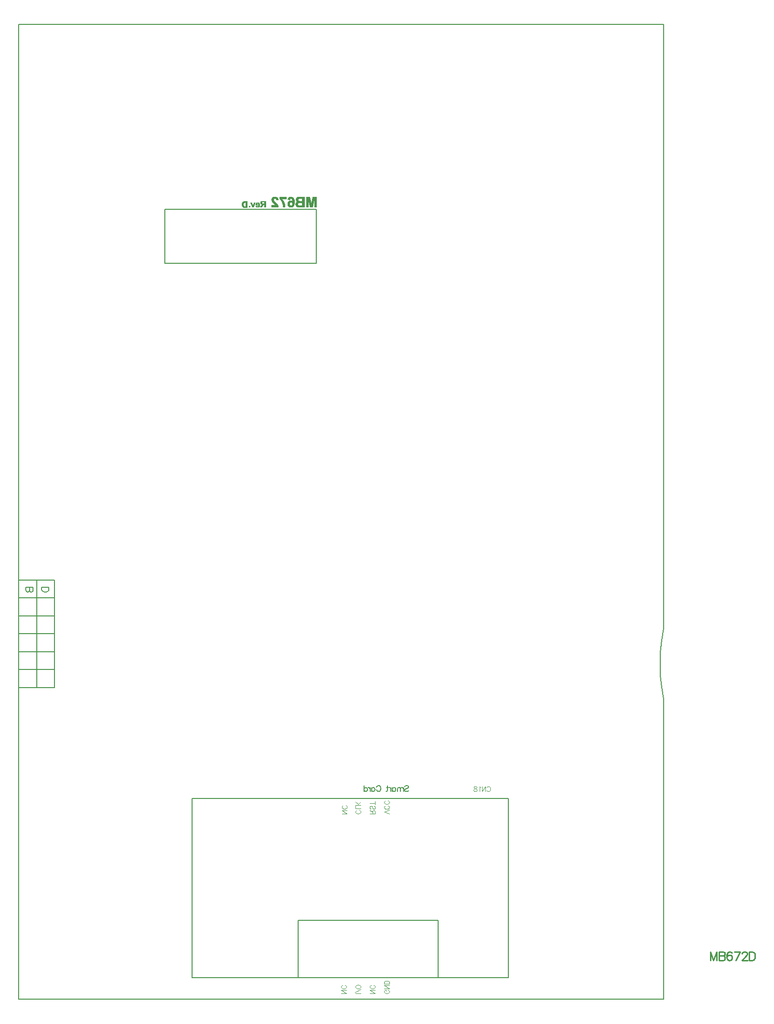
<source format=gbr>
%FSTAX23Y23*%
%MOIN*%
%SFA1B1*%

%IPPOS*%
%ADD11C,0.010000*%
%ADD58C,0.005000*%
%ADD59C,0.008000*%
%ADD63C,0.007000*%
%ADD97C,0.001000*%
%ADD98C,0.004000*%
%LNmb672d-1*%
%LPD*%
G54D11*
X04599Y00107D02*
Y00047D01*
Y00107D02*
X04622Y00047D01*
X04645Y00107D02*
X04622Y00047D01*
X04645Y00107D02*
Y00047D01*
X04662Y00107D02*
Y00047D01*
Y00107D02*
X04688D01*
X04696Y00104*
X04699Y00101*
X04702Y00096*
Y0009*
X04699Y00084*
X04696Y00081*
X04688Y00078*
X04662D02*
X04688D01*
X04696Y00076*
X04699Y00073*
X04702Y00067*
Y00058*
X04699Y00053*
X04696Y0005*
X04688Y00047*
X04662*
X0475Y00098D02*
X04747Y00104D01*
X04738Y00107*
X04732*
X04724Y00104*
X04718Y00096*
X04715Y00081*
Y00067*
X04718Y00056*
X04724Y0005*
X04732Y00047*
X04735*
X04744Y0005*
X0475Y00056*
X04752Y00064*
Y00067*
X0475Y00076*
X04744Y00081*
X04735Y00084*
X04732*
X04724Y00081*
X04718Y00076*
X04715Y00067*
X04806Y00107D02*
X04777Y00047D01*
X04766Y00107D02*
X04806D01*
X04822Y00093D02*
Y00096D01*
X04825Y00101*
X04828Y00104*
X04833Y00107*
X04845*
X0485Y00104*
X04853Y00101*
X04856Y00096*
Y0009*
X04853Y00084*
X04848Y00076*
X04819Y00047*
X04859*
X04872Y00107D02*
Y00047D01*
Y00107D02*
X04892D01*
X04901Y00104*
X04907Y00098*
X0491Y00093*
X04912Y00084*
Y0007*
X0491Y00061*
X04907Y00056*
X04901Y0005*
X04892Y00047*
X04872*
G54D58*
X-00225Y02075D02*
X00025D01*
X-00225Y022D02*
X00025D01*
X-00225Y02325D02*
X00025D01*
X-00225Y0245D02*
X00025D01*
X-00225Y02575D02*
X00025D01*
X-001Y0195D02*
Y027D01*
X-00225Y0195D02*
Y027D01*
X00025*
Y0195D02*
Y027D01*
X-00225Y0195D02*
X00025D01*
X00985Y-00075D02*
Y01175D01*
X0319Y-00075D02*
Y01175D01*
X00985D02*
X0319D01*
X00985Y-00075D02*
X0319D01*
X01725Y00325D02*
Y-00075D01*
Y00325D02*
X027D01*
Y-00075*
X02468Y01259D02*
X02472Y01263D01*
X02478Y01265*
X02485*
X02491Y01263*
X02495Y01259*
Y01255*
X02493Y01252*
X02491Y0125*
X02487Y01248*
X02476Y01244*
X02472Y01242*
X0247Y0124*
X02468Y01236*
Y01231*
X02472Y01227*
X02478Y01225*
X02485*
X02491Y01227*
X02495Y01231*
X02459Y01252D02*
Y01225D01*
Y01244D02*
X02454Y0125D01*
X0245Y01252*
X02444*
X0244Y0125*
X02438Y01244*
Y01225*
Y01244D02*
X02433Y0125D01*
X02429Y01252*
X02423*
X02419Y0125*
X02417Y01244*
Y01225*
X02382Y01252D02*
Y01225D01*
Y01246D02*
X02386Y0125D01*
X0239Y01252*
X02395*
X02399Y0125*
X02403Y01246*
X02405Y0124*
Y01236*
X02403Y01231*
X02399Y01227*
X02395Y01225*
X0239*
X02386Y01227*
X02382Y01231*
X02371Y01252D02*
Y01225D01*
Y0124D02*
X0237Y01246D01*
X02366Y0125*
X02362Y01252*
X02356*
X02347Y01265D02*
Y01233D01*
X02345Y01227*
X02341Y01225*
X02337*
X02353Y01252D02*
X02339D01*
X02272Y01255D02*
X02274Y01259D01*
X02277Y01263*
X02281Y01265*
X02289*
X02293Y01263*
X02296Y01259*
X02298Y01255*
X023Y0125*
Y0124*
X02298Y01235*
X02296Y01231*
X02293Y01227*
X02289Y01225*
X02281*
X02277Y01227*
X02274Y01231*
X02272Y01235*
X02238Y01252D02*
Y01225D01*
Y01246D02*
X02241Y0125D01*
X02245Y01252*
X02251*
X02255Y0125*
X02258Y01246*
X0226Y0124*
Y01236*
X02258Y01231*
X02255Y01227*
X02251Y01225*
X02245*
X02241Y01227*
X02238Y01231*
X02227Y01252D02*
Y01225D01*
Y0124D02*
X02225Y01246D01*
X02221Y0125*
X02217Y01252*
X02212*
X02185Y01265D02*
Y01225D01*
Y01246D02*
X02189Y0125D01*
X02193Y01252*
X02198*
X02202Y0125*
X02206Y01246*
X02208Y0124*
Y01236*
X02206Y01231*
X02202Y01227*
X02198Y01225*
X02193*
X02189Y01227*
X02185Y01231*
X04275Y02361D02*
D01*
X0426Y02279*
X04252Y02197*
X04249Y02115*
X04251Y02033*
X0426Y01951*
X04275Y0187*
Y02361D02*
Y06575D01*
Y-00225D02*
Y0187D01*
X-00225Y-00225D02*
X04275D01*
X-00225Y06575D02*
X04275D01*
X-00225Y-00225D02*
Y06575D01*
G54D59*
X-00175Y0265D02*
X-00125D01*
X-00175D02*
Y02629D01*
X-00173Y02621*
X-0017Y02619*
X-00165Y02617*
X-00161*
X-00156Y02619*
X-00154Y02621*
X-00151Y02629*
Y0265D02*
Y02629D01*
X-00149Y02621*
X-00146Y02619*
X-00142Y02617*
X-00135*
X-0013Y02619*
X-00127Y02621*
X-00125Y02629*
Y0265*
X-00065D02*
X-00015D01*
X-00065D02*
Y02633D01*
X-00063Y02626*
X-00058Y02621*
X-00053Y02619*
X-00046Y02617*
X-00034*
X-00027Y02619*
X-00022Y02621*
X-00017Y02626*
X-00015Y02633*
Y0265*
G54D63*
X00795Y05285D02*
X0185D01*
X00795Y0491D02*
X0185D01*
Y05285*
X00795Y0491D02*
Y05285D01*
G54D97*
X01555Y05373D02*
X01566D01*
X01666D02*
X01676D01*
X01725D02*
X01766D01*
X01779D02*
X01803D01*
X01826D02*
X0185D01*
X01551Y05372D02*
X0157D01*
X01594D02*
X01641D01*
X01663D02*
X0168D01*
X0172D02*
X01766D01*
X01779D02*
X01803D01*
X01826D02*
X0185D01*
X01548Y05371D02*
X01572D01*
X01594D02*
X01641D01*
X01661D02*
X01682D01*
X01718D02*
X01766D01*
X01779D02*
X01804D01*
X01825D02*
X0185D01*
X01547Y0537D02*
X01574D01*
X01594D02*
X01641D01*
X01659D02*
X01684D01*
X01716D02*
X01766D01*
X01779D02*
X01804D01*
X01825D02*
X0185D01*
X01545Y05369D02*
X01576D01*
X01594D02*
X01641D01*
X01658D02*
X01685D01*
X01715D02*
X01766D01*
X01779D02*
X01804D01*
X01825D02*
X0185D01*
X01544Y05368D02*
X01577D01*
X01594D02*
X01641D01*
X01657D02*
X01687D01*
X01714D02*
X01766D01*
X01779D02*
X01804D01*
X01825D02*
X0185D01*
X01543Y05367D02*
X01578D01*
X01594D02*
X01641D01*
X01656D02*
X01688D01*
X01713D02*
X01766D01*
X01779D02*
X01804D01*
X01825D02*
X0185D01*
X01542Y05366D02*
X01579D01*
X01594D02*
X01641D01*
X01655D02*
X01689D01*
X01712D02*
X01766D01*
X01779D02*
X01805D01*
X01824D02*
X0185D01*
X01541Y05365D02*
X0158D01*
X01594D02*
X01641D01*
X01655D02*
X0169D01*
X01711D02*
X01766D01*
X01779D02*
X01805D01*
X01824D02*
X0185D01*
X01541Y05364D02*
X0158D01*
X01594D02*
X01641D01*
X01654D02*
X0169D01*
X0171D02*
X01766D01*
X01779D02*
X01805D01*
X01824D02*
X0185D01*
X0154Y05363D02*
X01581D01*
X01594D02*
X01641D01*
X01653D02*
X01691D01*
X0171D02*
X01766D01*
X01779D02*
X01805D01*
X01824D02*
X0185D01*
X0154Y05362D02*
X01581D01*
X01594D02*
X01641D01*
X01653D02*
X01692D01*
X01709D02*
X01766D01*
X01779D02*
X01806D01*
X01823D02*
X0185D01*
X01539Y05361D02*
X01557D01*
X01564D02*
X01582D01*
X01595D02*
X01641D01*
X01653D02*
X0167D01*
X01676D02*
X01692D01*
X01709D02*
X01728D01*
X01752D02*
X01766D01*
X01779D02*
X01806D01*
X01823D02*
X0185D01*
X01539Y0536D02*
X01555D01*
X01566D02*
X01582D01*
X01595D02*
X01641D01*
X01652D02*
X01668D01*
X01678D02*
X01693D01*
X01709D02*
X01726D01*
X01752D02*
X01766D01*
X01779D02*
X01806D01*
X01823D02*
X0185D01*
X01539Y05359D02*
X01554D01*
X01567D02*
X01583D01*
X01596D02*
X01641D01*
X01652D02*
X01667D01*
X01679D02*
X01693D01*
X01708D02*
X01724D01*
X01752D02*
X01766D01*
X01779D02*
X01806D01*
X01823D02*
X0185D01*
X01538Y05358D02*
X01553D01*
X01568D02*
X01583D01*
X01597D02*
X0161D01*
X01652D02*
X01666D01*
X0168D02*
X01694D01*
X01708D02*
X01723D01*
X01752D02*
X01766D01*
X01779D02*
X01793D01*
X01794D02*
X01807D01*
X01822D02*
X01835D01*
X01836D02*
X0185D01*
X01538Y05357D02*
X01553D01*
X01569D02*
X01583D01*
X01598D02*
X01611D01*
X01651D02*
X01666D01*
X01681D02*
X01694D01*
X01708D02*
X01723D01*
X01752D02*
X01766D01*
X01779D02*
X01793D01*
X01794D02*
X01807D01*
X01822D02*
X01835D01*
X01836D02*
X0185D01*
X01538Y05356D02*
X01553D01*
X01569D02*
X01583D01*
X01599D02*
X01612D01*
X01651D02*
X01666D01*
X01681D02*
X01694D01*
X01708D02*
X01722D01*
X01752D02*
X01766D01*
X01779D02*
X01793D01*
X01794D02*
X01807D01*
X01822D02*
X01835D01*
X01836D02*
X0185D01*
X01538Y05355D02*
X01552D01*
X01569D02*
X01584D01*
X016D02*
X01612D01*
X01651D02*
X01665D01*
X01682D02*
X01695D01*
X01708D02*
X01722D01*
X01752D02*
X01766D01*
X01779D02*
X01793D01*
X01794D02*
X01807D01*
X01822D02*
X01835D01*
X01836D02*
X0185D01*
X01538Y05354D02*
X01552D01*
X0157D02*
X01584D01*
X016D02*
X01613D01*
X0166D02*
X01665D01*
X01682D02*
X01695D01*
X01708D02*
X01722D01*
X01752D02*
X01766D01*
X01779D02*
X01793D01*
X01794D02*
X01808D01*
X01821D02*
X01835D01*
X01836D02*
X0185D01*
X01538Y05353D02*
X01552D01*
X0157D02*
X01584D01*
X01601D02*
X01614D01*
X01682D02*
X01695D01*
X01708D02*
X01722D01*
X01752D02*
X01766D01*
X01779D02*
X01793D01*
X01795D02*
X01808D01*
X01821D02*
X01834D01*
X01836D02*
X0185D01*
X01538Y05352D02*
X01552D01*
X0157D02*
X01584D01*
X01602D02*
X01615D01*
X01683D02*
X01696D01*
X01708D02*
X01722D01*
X01752D02*
X01766D01*
X01779D02*
X01793D01*
X01795D02*
X01808D01*
X01821D02*
X01834D01*
X01836D02*
X0185D01*
X01538Y05351D02*
X01552D01*
X0157D02*
X01575D01*
X01602D02*
X01615D01*
X01683D02*
X01696D01*
X01708D02*
X01722D01*
X01752D02*
X01766D01*
X01779D02*
X01793D01*
X01795D02*
X01808D01*
X01821D02*
X01834D01*
X01836D02*
X0185D01*
X01538Y0535D02*
X01552D01*
X01603D02*
X01616D01*
X01683D02*
X01696D01*
X01709D02*
X01723D01*
X01752D02*
X01766D01*
X01779D02*
X01793D01*
X01795D02*
X01808D01*
X01821D02*
X01834D01*
X01836D02*
X0185D01*
X01538Y05349D02*
X01552D01*
X01604D02*
X01617D01*
X01683D02*
X01696D01*
X01709D02*
X01723D01*
X01752D02*
X01766D01*
X01779D02*
X01793D01*
X01796D02*
X01809D01*
X0182D02*
X01833D01*
X01836D02*
X0185D01*
X01539Y05348D02*
X01553D01*
X01604D02*
X01617D01*
X01683D02*
X01696D01*
X01709D02*
X01724D01*
X01752D02*
X01766D01*
X01779D02*
X01793D01*
X01796D02*
X01809D01*
X0182D02*
X01833D01*
X01836D02*
X0185D01*
X01539Y05347D02*
X01553D01*
X01605D02*
X01618D01*
X01666D02*
X01675D01*
X01684D02*
X01696D01*
X0171D02*
X01725D01*
X01752D02*
X01766D01*
X01779D02*
X01793D01*
X01796D02*
X01809D01*
X0182D02*
X01833D01*
X01836D02*
X0185D01*
X01539Y05346D02*
X01553D01*
X01605D02*
X01618D01*
X01663D02*
X01678D01*
X01684D02*
X01697D01*
X0171D02*
X01726D01*
X01752D02*
X01766D01*
X01779D02*
X01793D01*
X01796D02*
X01809D01*
X0182D02*
X01833D01*
X01836D02*
X0185D01*
X0154Y05345D02*
X01554D01*
X01606D02*
X01619D01*
X01661D02*
X0168D01*
X01684D02*
X01697D01*
X01711D02*
X01729D01*
X01752D02*
X01766D01*
X01779D02*
X01793D01*
X01796D02*
X0181D01*
X01819D02*
X01833D01*
X01836D02*
X0185D01*
X0147Y05344D02*
X01496D01*
X0154D02*
X01555D01*
X01606D02*
X0162D01*
X0166D02*
X01681D01*
X01684D02*
X01697D01*
X01712D02*
X01766D01*
X01779D02*
X01793D01*
X01797D02*
X0181D01*
X01819D02*
X01832D01*
X01836D02*
X0185D01*
X01467Y05343D02*
X01496D01*
X0154D02*
X01555D01*
X01607D02*
X0162D01*
X01658D02*
X01683D01*
X01684D02*
X01697D01*
X01713D02*
X01766D01*
X01779D02*
X01793D01*
X01797D02*
X0181D01*
X01819D02*
X01832D01*
X01836D02*
X0185D01*
X01465Y05342D02*
X01496D01*
X01541D02*
X01556D01*
X01608D02*
X01621D01*
X01657D02*
X01697D01*
X01714D02*
X01766D01*
X01779D02*
X01793D01*
X01797D02*
X0181D01*
X01819D02*
X01832D01*
X01836D02*
X0185D01*
X01464Y05341D02*
X01496D01*
X01542D02*
X01557D01*
X01608D02*
X01621D01*
X01656D02*
X01697D01*
X01715D02*
X01766D01*
X01779D02*
X01793D01*
X01797D02*
X01811D01*
X01818D02*
X01832D01*
X01836D02*
X0185D01*
X01463Y0534D02*
X01496D01*
X01542D02*
X01558D01*
X01609D02*
X01622D01*
X01655D02*
X01697D01*
X01717D02*
X01766D01*
X01779D02*
X01793D01*
X01798D02*
X01811D01*
X01818D02*
X01831D01*
X01836D02*
X0185D01*
X01463Y05339D02*
X01496D01*
X01543D02*
X01559D01*
X01609D02*
X01622D01*
X01654D02*
X01697D01*
X01717D02*
X01766D01*
X01779D02*
X01793D01*
X01798D02*
X01811D01*
X01818D02*
X01831D01*
X01836D02*
X0185D01*
X01462Y05338D02*
X01496D01*
X01543D02*
X0156D01*
X01609D02*
X01623D01*
X01654D02*
X01697D01*
X01714D02*
X01766D01*
X01779D02*
X01793D01*
X01798D02*
X01811D01*
X01818D02*
X01831D01*
X01836D02*
X0185D01*
X01462Y05337D02*
X01472D01*
X01488D02*
X01496D01*
X01544D02*
X01561D01*
X0161D02*
X01623D01*
X01653D02*
X01697D01*
X01713D02*
X01766D01*
X01779D02*
X01793D01*
X01798D02*
X01812D01*
X01817D02*
X01831D01*
X01836D02*
X0185D01*
X01461Y05336D02*
X01471D01*
X01488D02*
X01496D01*
X01545D02*
X01562D01*
X0161D02*
X01624D01*
X01653D02*
X01697D01*
X01711D02*
X01766D01*
X01779D02*
X01793D01*
X01799D02*
X01812D01*
X01817D02*
X0183D01*
X01836D02*
X0185D01*
X01461Y05335D02*
X0147D01*
X01488D02*
X01496D01*
X01546D02*
X01563D01*
X01611D02*
X01624D01*
X01652D02*
X0167D01*
X01677D02*
X01697D01*
X0171D02*
X01766D01*
X01779D02*
X01793D01*
X01799D02*
X01812D01*
X01817D02*
X0183D01*
X01836D02*
X0185D01*
X01461Y05334D02*
X01469D01*
X01488D02*
X01496D01*
X01547D02*
X01564D01*
X01611D02*
X01625D01*
X01652D02*
X01668D01*
X01679D02*
X01697D01*
X01709D02*
X01766D01*
X01779D02*
X01793D01*
X01799D02*
X01812D01*
X01817D02*
X0183D01*
X01836D02*
X0185D01*
X01437Y05333D02*
X01445D01*
X01461D02*
X01469D01*
X01488D02*
X01496D01*
X01548D02*
X01565D01*
X01612D02*
X01625D01*
X01651D02*
X01667D01*
X0168D02*
X01697D01*
X01708D02*
X01766D01*
X01779D02*
X01793D01*
X01799D02*
X01812D01*
X01817D02*
X0183D01*
X01836D02*
X0185D01*
X01392Y05332D02*
X014D01*
X01415D02*
X01423D01*
X01434D02*
X01447D01*
X01461D02*
X01469D01*
X01488D02*
X01496D01*
X01549D02*
X01566D01*
X01612D02*
X01625D01*
X01651D02*
X01666D01*
X01681D02*
X01697D01*
X01708D02*
X01728D01*
X01752D02*
X01766D01*
X01779D02*
X01793D01*
X01799D02*
X01813D01*
X01816D02*
X0183D01*
X01836D02*
X0185D01*
X01392Y05331D02*
X014D01*
X01415D02*
X01423D01*
X01432D02*
X01449D01*
X01461D02*
X01469D01*
X01488D02*
X01496D01*
X0155D02*
X01567D01*
X01612D02*
X01626D01*
X01651D02*
X01666D01*
X01682D02*
X01697D01*
X01707D02*
X01724D01*
X01752D02*
X01766D01*
X01779D02*
X01793D01*
X018D02*
X01813D01*
X01816D02*
X01829D01*
X01836D02*
X0185D01*
X01392Y0533D02*
X014D01*
X01415D02*
X01422D01*
X01431D02*
X0145D01*
X01461D02*
X01469D01*
X01488D02*
X01496D01*
X01551D02*
X01568D01*
X01613D02*
X01626D01*
X01651D02*
X01665D01*
X01682D02*
X01697D01*
X01707D02*
X01723D01*
X01752D02*
X01766D01*
X01779D02*
X01793D01*
X018D02*
X01813D01*
X01816D02*
X01829D01*
X01836D02*
X0185D01*
X01393Y05329D02*
X01401D01*
X01414D02*
X01422D01*
X0143D02*
X01451D01*
X01461D02*
X0147D01*
X01488D02*
X01496D01*
X01552D02*
X01569D01*
X01613D02*
X01627D01*
X0165D02*
X01665D01*
X01682D02*
X01697D01*
X01706D02*
X01721D01*
X01752D02*
X01766D01*
X01779D02*
X01793D01*
X018D02*
X01813D01*
X01816D02*
X01829D01*
X01836D02*
X0185D01*
X01393Y05328D02*
X01401D01*
X01414D02*
X01422D01*
X01429D02*
X01452D01*
X01462D02*
X01471D01*
X01488D02*
X01496D01*
X01553D02*
X0157D01*
X01613D02*
X01627D01*
X0165D02*
X01664D01*
X01683D02*
X01697D01*
X01706D02*
X01721D01*
X01752D02*
X01766D01*
X01779D02*
X01793D01*
X018D02*
X01814D01*
X01815D02*
X01829D01*
X01836D02*
X0185D01*
X01394Y05327D02*
X01402D01*
X01413D02*
X01421D01*
X01429D02*
X01438D01*
X01443D02*
X01453D01*
X01462D02*
X01473D01*
X01488D02*
X01496D01*
X01554D02*
X01571D01*
X01614D02*
X01627D01*
X0165D02*
X01664D01*
X01683D02*
X01697D01*
X01706D02*
X0172D01*
X01752D02*
X01766D01*
X01779D02*
X01793D01*
X01801D02*
X01814D01*
X01815D02*
X01828D01*
X01836D02*
X0185D01*
X01394Y05326D02*
X01402D01*
X01413D02*
X01421D01*
X01428D02*
X01436D01*
X01444D02*
X01453D01*
X01463D02*
X01496D01*
X01555D02*
X01572D01*
X01614D02*
X01628D01*
X0165D02*
X01664D01*
X01683D02*
X01696D01*
X01705D02*
X01719D01*
X01752D02*
X01766D01*
X01779D02*
X01793D01*
X01801D02*
X01814D01*
X01815D02*
X01828D01*
X01836D02*
X0185D01*
X01394Y05325D02*
X01402D01*
X01413D02*
X0142D01*
X01428D02*
X01436D01*
X01445D02*
X01454D01*
X01463D02*
X01496D01*
X01556D02*
X01573D01*
X01614D02*
X01628D01*
X0165D02*
X01664D01*
X01683D02*
X01696D01*
X01705D02*
X01719D01*
X01752D02*
X01766D01*
X01779D02*
X01793D01*
X01801D02*
X01814D01*
X01815D02*
X01828D01*
X01836D02*
X0185D01*
X01395Y05324D02*
X01403D01*
X01412D02*
X0142D01*
X01427D02*
X01435D01*
X01446D02*
X01454D01*
X01464D02*
X01496D01*
X01557D02*
X01574D01*
X01615D02*
X01628D01*
X0165D02*
X01664D01*
X01683D02*
X01696D01*
X01705D02*
X01719D01*
X01752D02*
X01766D01*
X01779D02*
X01793D01*
X01801D02*
X01828D01*
X01836D02*
X0185D01*
X01395Y05323D02*
X01403D01*
X01412D02*
X0142D01*
X01427D02*
X01435D01*
X01446D02*
X01454D01*
X01465D02*
X01496D01*
X01558D02*
X01575D01*
X01615D02*
X01629D01*
X0165D02*
X01664D01*
X01683D02*
X01696D01*
X01705D02*
X01719D01*
X01752D02*
X01766D01*
X01779D02*
X01793D01*
X01801D02*
X01828D01*
X01836D02*
X0185D01*
X01396Y05322D02*
X01404D01*
X01411D02*
X01419D01*
X01427D02*
X01434D01*
X01447D02*
X01454D01*
X01467D02*
X01496D01*
X01559D02*
X01575D01*
X01615D02*
X01629D01*
X0165D02*
X01664D01*
X01683D02*
X01696D01*
X01705D02*
X01719D01*
X01752D02*
X01766D01*
X01779D02*
X01793D01*
X01802D02*
X01827D01*
X01836D02*
X0185D01*
X01396Y05321D02*
X01404D01*
X01411D02*
X01419D01*
X01426D02*
X01434D01*
X01447D02*
X01455D01*
X0147D02*
X01496D01*
X0156D02*
X01576D01*
X01615D02*
X01629D01*
X0165D02*
X01664D01*
X01683D02*
X01696D01*
X01705D02*
X01719D01*
X01752D02*
X01766D01*
X01779D02*
X01793D01*
X01802D02*
X01827D01*
X01836D02*
X0185D01*
X01396Y0532D02*
X01404D01*
X01411D02*
X01418D01*
X01426D02*
X01434D01*
X01447D02*
X01455D01*
X01471D02*
X01496D01*
X01561D02*
X01577D01*
X01616D02*
X01629D01*
X0165D02*
X01664D01*
X01682D02*
X01695D01*
X01705D02*
X01719D01*
X01752D02*
X01766D01*
X01779D02*
X01793D01*
X01802D02*
X01827D01*
X01836D02*
X0185D01*
X01397Y05319D02*
X01405D01*
X0141D02*
X01418D01*
X01426D02*
X01455D01*
X0147D02*
X01481D01*
X01488D02*
X01496D01*
X01562D02*
X01578D01*
X01616D02*
X0163D01*
X0165D02*
X01665D01*
X01682D02*
X01695D01*
X01705D02*
X0172D01*
X01752D02*
X01766D01*
X01779D02*
X01793D01*
X01802D02*
X01827D01*
X01836D02*
X0185D01*
X01397Y05318D02*
X01405D01*
X0141D02*
X01418D01*
X01426D02*
X01455D01*
X01469D02*
X01479D01*
X01488D02*
X01496D01*
X01563D02*
X01579D01*
X01616D02*
X0163D01*
X01651D02*
X01665D01*
X01682D02*
X01695D01*
X01705D02*
X0172D01*
X01752D02*
X01766D01*
X01779D02*
X01793D01*
X01803D02*
X01826D01*
X01836D02*
X0185D01*
X01398Y05317D02*
X01406D01*
X01409D02*
X01417D01*
X01426D02*
X01455D01*
X01468D02*
X01478D01*
X01488D02*
X01496D01*
X01564D02*
X01579D01*
X01616D02*
X0163D01*
X01651D02*
X01665D01*
X01681D02*
X01694D01*
X01706D02*
X01721D01*
X01752D02*
X01766D01*
X01779D02*
X01793D01*
X01803D02*
X01826D01*
X01836D02*
X0185D01*
X01398Y05316D02*
X01406D01*
X01409D02*
X01417D01*
X01426D02*
X01455D01*
X01467D02*
X01477D01*
X01488D02*
X01496D01*
X01564D02*
X0158D01*
X01616D02*
X0163D01*
X01651D02*
X01666D01*
X0168D02*
X01694D01*
X01706D02*
X01722D01*
X01752D02*
X01766D01*
X01779D02*
X01793D01*
X01803D02*
X01826D01*
X01836D02*
X0185D01*
X01398Y05315D02*
X01406D01*
X01409D02*
X01416D01*
X01426D02*
X01455D01*
X01466D02*
X01476D01*
X01488D02*
X01496D01*
X01538D02*
X01581D01*
X01617D02*
X0163D01*
X01651D02*
X01667D01*
X01679D02*
X01694D01*
X01706D02*
X01724D01*
X01752D02*
X01766D01*
X01779D02*
X01793D01*
X01803D02*
X01826D01*
X01836D02*
X0185D01*
X01399Y05314D02*
X01407D01*
X01408D02*
X01416D01*
X01447D02*
X01455D01*
X01466D02*
X01476D01*
X01488D02*
X01496D01*
X01538D02*
X01581D01*
X01617D02*
X01631D01*
X01652D02*
X01668D01*
X01678D02*
X01693D01*
X01707D02*
X01727D01*
X01752D02*
X01766D01*
X01779D02*
X01793D01*
X01803D02*
X01826D01*
X01836D02*
X0185D01*
X01399Y05313D02*
X01407D01*
X01408D02*
X01416D01*
X01447D02*
X01455D01*
X01465D02*
X01475D01*
X01488D02*
X01496D01*
X01538D02*
X01582D01*
X01617D02*
X01631D01*
X01652D02*
X0167D01*
X01676D02*
X01693D01*
X01707D02*
X01766D01*
X01779D02*
X01793D01*
X01804D02*
X01825D01*
X01836D02*
X0185D01*
X014Y05312D02*
X01407D01*
X01408D02*
X01415D01*
X01447D02*
X01455D01*
X01464D02*
X01474D01*
X01488D02*
X01496D01*
X01538D02*
X01582D01*
X01617D02*
X01631D01*
X01653D02*
X01692D01*
X01708D02*
X01766D01*
X01779D02*
X01793D01*
X01804D02*
X01825D01*
X01836D02*
X0185D01*
X014Y05311D02*
X01415D01*
X01446D02*
X01454D01*
X01464D02*
X01473D01*
X01488D02*
X01496D01*
X01538D02*
X01583D01*
X01617D02*
X01631D01*
X01653D02*
X01692D01*
X01708D02*
X01766D01*
X01779D02*
X01793D01*
X01804D02*
X01825D01*
X01836D02*
X0185D01*
X014Y0531D02*
X01414D01*
X01431D02*
X01435D01*
X01446D02*
X01454D01*
X01463D02*
X01473D01*
X01488D02*
X01496D01*
X01538D02*
X01583D01*
X01617D02*
X01631D01*
X01654D02*
X01691D01*
X01709D02*
X01766D01*
X01779D02*
X01793D01*
X01804D02*
X01825D01*
X01836D02*
X0185D01*
X01379Y05309D02*
X01387D01*
X01401D02*
X01414D01*
X01427D02*
X01436D01*
X01445D02*
X01454D01*
X01463D02*
X01472D01*
X01488D02*
X01496D01*
X01538D02*
X01583D01*
X01618D02*
X01631D01*
X01655D02*
X0169D01*
X01779D02*
X01793D01*
X01805D02*
X01824D01*
X01836D02*
X0185D01*
X01379Y05308D02*
X01387D01*
X01401D02*
X01414D01*
X01428D02*
X01436D01*
X01444D02*
X01453D01*
X01462D02*
X01471D01*
X01488D02*
X01496D01*
X01538D02*
X01584D01*
X01618D02*
X01632D01*
X01655D02*
X01689D01*
X01711D02*
X01766D01*
X01779D02*
X01793D01*
X01805D02*
X01824D01*
X01836D02*
X0185D01*
X01379Y05307D02*
X01387D01*
X01402D02*
X01413D01*
X01428D02*
X01438D01*
X01443D02*
X01453D01*
X01461D02*
X01471D01*
X01488D02*
X01496D01*
X01538D02*
X01584D01*
X01618D02*
X01632D01*
X01656D02*
X01688D01*
X01712D02*
X01766D01*
X01779D02*
X01793D01*
X01805D02*
X01824D01*
X01836D02*
X0185D01*
X01379Y05306D02*
X01387D01*
X01402D02*
X01413D01*
X01429D02*
X01452D01*
X01461D02*
X0147D01*
X01488D02*
X01496D01*
X01538D02*
X01584D01*
X01618D02*
X01632D01*
X01657D02*
X01687D01*
X01713D02*
X01766D01*
X01779D02*
X01793D01*
X01805D02*
X01824D01*
X01836D02*
X0185D01*
X01379Y05305D02*
X01387D01*
X01402D02*
X01412D01*
X01429D02*
X01451D01*
X0146D02*
X01469D01*
X01488D02*
X01496D01*
X01538D02*
X01584D01*
X01618D02*
X01632D01*
X01659D02*
X01686D01*
X01714D02*
X01766D01*
X01779D02*
X01793D01*
X01806D02*
X01823D01*
X01836D02*
X0185D01*
X01379Y05304D02*
X01387D01*
X01403D02*
X01412D01*
X0143D02*
X0145D01*
X0146D02*
X01469D01*
X01488D02*
X01496D01*
X01538D02*
X01585D01*
X01618D02*
X01632D01*
X0166D02*
X01685D01*
X01716D02*
X01766D01*
X01779D02*
X01793D01*
X01806D02*
X01823D01*
X01836D02*
X0185D01*
X01379Y05303D02*
X01387D01*
X01403D02*
X01412D01*
X01432D02*
X01449D01*
X01459D02*
X01468D01*
X01488D02*
X01496D01*
X01538D02*
X01585D01*
X01618D02*
X01632D01*
X01662D02*
X01683D01*
X01719D02*
X01766D01*
X01779D02*
X01793D01*
X01806D02*
X01823D01*
X01836D02*
X0185D01*
X01347Y05302D02*
X01356D01*
X01379D02*
X01387D01*
X01404D02*
X01411D01*
X01433D02*
X01447D01*
X01458D02*
X01468D01*
X01488D02*
X01496D01*
X01538D02*
X01585D01*
X01618D02*
X01632D01*
X01664D02*
X01681D01*
X01723D02*
X01766D01*
X01779D02*
X01793D01*
X01806D02*
X01823D01*
X01836D02*
X0185D01*
X01436Y05301D02*
X01445D01*
X01667D02*
X01678D01*
X0171Y05309D02*
X01766D01*
X01345Y05341D02*
X01368D01*
X01341Y0534D02*
X01368D01*
X01339Y05339D02*
X01368D01*
X01338Y05338D02*
X01368D01*
X01337Y05337D02*
X01368D01*
X01336Y05336D02*
X01368D01*
X01335Y05335D02*
X01368D01*
X01335Y05334D02*
X01349D01*
X01358D02*
X01368D01*
X01334Y05333D02*
X01346D01*
X01358D02*
X01368D01*
X01334Y05332D02*
X01345D01*
X01358D02*
X01368D01*
X01333Y05331D02*
X01344D01*
X01358D02*
X01368D01*
X01333Y0533D02*
X01343D01*
X01358D02*
X01368D01*
X01332Y05329D02*
X01343D01*
X01358D02*
X01368D01*
X01332Y05328D02*
X01343D01*
X01358D02*
X01368D01*
X01332Y05327D02*
X01342D01*
X01358D02*
X01368D01*
X01332Y05326D02*
X01342D01*
X01358D02*
X01368D01*
X01332Y05325D02*
X01342D01*
X01358D02*
X01368D01*
X01331Y05324D02*
X01342D01*
X01358D02*
X01368D01*
X01331Y05323D02*
X01342D01*
X01358D02*
X01368D01*
X01331Y05322D02*
X01342D01*
X01358D02*
X01368D01*
X01331Y05321D02*
X01342D01*
X01358D02*
X01368D01*
X01331Y0532D02*
X01342D01*
X01358D02*
X01368D01*
X01331Y05319D02*
X01342D01*
X01358D02*
X01368D01*
X01331Y05318D02*
X01342D01*
X01358D02*
X01368D01*
X01331Y05317D02*
X01342D01*
X01358D02*
X01368D01*
X01331Y05316D02*
X01342D01*
X01358D02*
X01368D01*
X01331Y05315D02*
X01342D01*
X01358D02*
X01368D01*
X01332Y05314D02*
X01342D01*
X01358D02*
X01368D01*
X01332Y05313D02*
X01342D01*
X01358D02*
X01368D01*
X01332Y05312D02*
X01343D01*
X01358D02*
X01368D01*
X01332Y05311D02*
X01343D01*
X01358D02*
X01368D01*
X01333Y0531D02*
X01343D01*
X01358D02*
X01368D01*
X01333Y05309D02*
X01344D01*
X01358D02*
X01368D01*
X01333Y05308D02*
X01345D01*
X01358D02*
X01368D01*
X01334Y05307D02*
X01346D01*
X01358D02*
X01368D01*
X01335Y05306D02*
X01348D01*
X01358D02*
X01368D01*
X01335Y05305D02*
X01368D01*
X01336Y05304D02*
X01368D01*
X01337Y05303D02*
X01368D01*
X01338Y05302D02*
X01368D01*
X01339Y05301D02*
X01368D01*
X01342Y053D02*
X01368D01*
X01345Y05299D02*
X01368D01*
G54D98*
X0304Y01252D02*
X03042Y01255D01*
X03045Y01258*
X03048Y0126*
X03055*
X03058Y01258*
X03062Y01255*
X03063Y01252*
X03065Y01247*
Y01238*
X03063Y01233*
X03062Y0123*
X03058Y01227*
X03055Y01225*
X03048*
X03045Y01227*
X03042Y0123*
X0304Y01233*
X0303Y0126D02*
Y01225D01*
Y0126D02*
X03007Y01225D01*
Y0126D02*
Y01225D01*
X02997Y01253D02*
X02994Y01255D01*
X02989Y0126*
Y01225*
X02963Y0126D02*
X02968Y01258D01*
X0297Y01255*
Y01252*
X02968Y01248*
X02965Y01247*
X02958Y01245*
X02953Y01243*
X0295Y0124*
X02948Y01237*
Y01232*
X0295Y01228*
X02952Y01227*
X02957Y01225*
X02963*
X02968Y01227*
X0297Y01228*
X02972Y01232*
Y01237*
X0297Y0124*
X02967Y01243*
X02962Y01245*
X02955Y01247*
X02952Y01248*
X0295Y01252*
Y01255*
X02952Y01258*
X02957Y0126*
X02963*
X02152Y01095D02*
X02155Y01093D01*
X02158Y0109*
X0216Y01087*
Y0108*
X02158Y01077*
X02155Y01073*
X02152Y01072*
X02147Y0107*
X02138*
X02133Y01072*
X0213Y01073*
X02127Y01077*
X02125Y0108*
Y01087*
X02127Y0109*
X0213Y01093*
X02133Y01095*
X0216Y01105D02*
X02125D01*
Y01125*
X0216Y01129D02*
X02125D01*
X0216Y01152D02*
X02137Y01129D01*
X02145Y01137D02*
X02125Y01152D01*
X0226Y0107D02*
X02225D01*
X0226D02*
Y01085D01*
X02258Y0109*
X02257Y01092*
X02253Y01093*
X0225*
X02247Y01092*
X02245Y0109*
X02243Y01085*
Y0107*
Y01082D02*
X02225Y01093D01*
X02255Y01124D02*
X02258Y01121D01*
X0226Y01116*
Y01109*
X02258Y01104*
X02255Y01101*
X02252*
X02248Y01103*
X02247Y01104*
X02245Y01108*
X02242Y01118*
X0224Y01121*
X02238Y01123*
X02235Y01124*
X0223*
X02227Y01121*
X02225Y01116*
Y01109*
X02227Y01104*
X0223Y01101*
X0226Y01144D02*
X02225D01*
X0226Y01132D02*
Y01156D01*
X0236Y0107D02*
X02325Y01083D01*
X0236Y01097D02*
X02325Y01083D01*
X02352Y01126D02*
X02355Y01124D01*
X02358Y01121*
X0236Y01118*
Y01111*
X02358Y01108*
X02355Y01104*
X02352Y01103*
X02347Y01101*
X02338*
X02333Y01103*
X0233Y01104*
X02327Y01108*
X02325Y01111*
Y01118*
X02327Y01121*
X0233Y01124*
X02333Y01126*
X02352Y01161D02*
X02355Y01159D01*
X02358Y01156*
X0236Y01153*
Y01146*
X02358Y01143*
X02355Y01139*
X02352Y01138*
X02347Y01136*
X02338*
X02333Y01138*
X0233Y01139*
X02327Y01143*
X02325Y01146*
Y01153*
X02327Y01156*
X0233Y01159*
X02333Y01161*
X0206Y-00185D02*
X02025D01*
X0206D02*
X02025Y-00162D01*
X0206D02*
X02025D01*
X02052Y-00127D02*
X02055Y-00129D01*
X02058Y-00132*
X0206Y-00135*
Y-00142*
X02058Y-00145*
X02055Y-00149*
X02052Y-0015*
X02047Y-00152*
X02038*
X02033Y-0015*
X0203Y-00149*
X02027Y-00145*
X02025Y-00142*
Y-00135*
X02027Y-00132*
X0203Y-00129*
X02033Y-00127*
X0216Y-00185D02*
X02125D01*
X0212Y-00178D02*
X0216Y-00154D01*
Y-00142D02*
X02158Y-00145D01*
X02155Y-00149*
X02152Y-0015*
X02147Y-00152*
X02138*
X02133Y-0015*
X0213Y-00149*
X02127Y-00145*
X02125Y-00142*
Y-00135*
X02127Y-00132*
X0213Y-00129*
X02133Y-00127*
X02138Y-00125*
X02147*
X02152Y-00127*
X02155Y-00129*
X02158Y-00132*
X0216Y-00135*
Y-00142*
X0226Y-00185D02*
X02225D01*
X0226D02*
X02225Y-00162D01*
X0226D02*
X02225D01*
X02252Y-00127D02*
X02255Y-00129D01*
X02258Y-00132*
X0226Y-00135*
Y-00142*
X02258Y-00145*
X02255Y-00149*
X02252Y-0015*
X02247Y-00152*
X02238*
X02233Y-0015*
X0223Y-00149*
X02227Y-00145*
X02225Y-00142*
Y-00135*
X02227Y-00132*
X0223Y-00129*
X02233Y-00127*
X02352Y-0016D02*
X02355Y-00162D01*
X02358Y-00165*
X0236Y-00168*
Y-00175*
X02358Y-00178*
X02355Y-00182*
X02352Y-00183*
X02347Y-00185*
X02338*
X02333Y-00183*
X0233Y-00182*
X02327Y-00178*
X02325Y-00175*
Y-00168*
X02327Y-00165*
X0233Y-00162*
X02333Y-0016*
X02338*
Y-00168D02*
Y-0016D01*
X0236Y-00152D02*
X02325D01*
X0236D02*
X02325Y-00129D01*
X0236D02*
X02325D01*
X0236Y-00119D02*
X02325D01*
X0236D02*
Y-00107D01*
X02358Y-00102*
X02355Y-00099*
X02352Y-00097*
X02347Y-00096*
X02338*
X02333Y-00097*
X0233Y-00099*
X02327Y-00102*
X02325Y-00107*
Y-00119*
X02065Y0107D02*
X0203D01*
X02065D02*
X0203Y01093D01*
X02065D02*
X0203D01*
X02057Y01128D02*
X0206Y01126D01*
X02063Y01123*
X02065Y0112*
Y01113*
X02063Y0111*
X0206Y01106*
X02057Y01105*
X02052Y01103*
X02043*
X02038Y01105*
X02035Y01106*
X02032Y0111*
X0203Y01113*
Y0112*
X02032Y01123*
X02035Y01126*
X02038Y01128*
M02*
</source>
